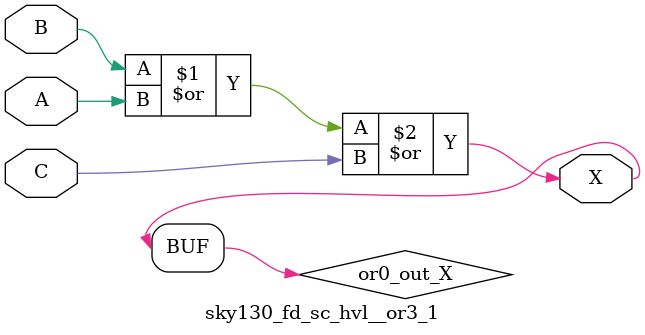
<source format=v>
/*
 * Copyright 2020 The SkyWater PDK Authors
 *
 * Licensed under the Apache License, Version 2.0 (the "License");
 * you may not use this file except in compliance with the License.
 * You may obtain a copy of the License at
 *
 *     https://www.apache.org/licenses/LICENSE-2.0
 *
 * Unless required by applicable law or agreed to in writing, software
 * distributed under the License is distributed on an "AS IS" BASIS,
 * WITHOUT WARRANTIES OR CONDITIONS OF ANY KIND, either express or implied.
 * See the License for the specific language governing permissions and
 * limitations under the License.
 *
 * SPDX-License-Identifier: Apache-2.0
*/


`ifndef SKY130_FD_SC_HVL__OR3_1_FUNCTIONAL_V
`define SKY130_FD_SC_HVL__OR3_1_FUNCTIONAL_V

/**
 * or3: 3-input OR.
 *
 * Verilog simulation functional model.
 */

`timescale 1ns / 1ps
`default_nettype none

`celldefine
module sky130_fd_sc_hvl__or3_1 (
    X,
    A,
    B,
    C
);

    // Module ports
    output X;
    input  A;
    input  B;
    input  C;

    // Local signals
    wire or0_out_X;

    //  Name  Output     Other arguments
    or  or0  (or0_out_X, B, A, C        );
    buf buf0 (X        , or0_out_X      );

endmodule
`endcelldefine

`default_nettype wire
`endif  // SKY130_FD_SC_HVL__OR3_1_FUNCTIONAL_V

</source>
